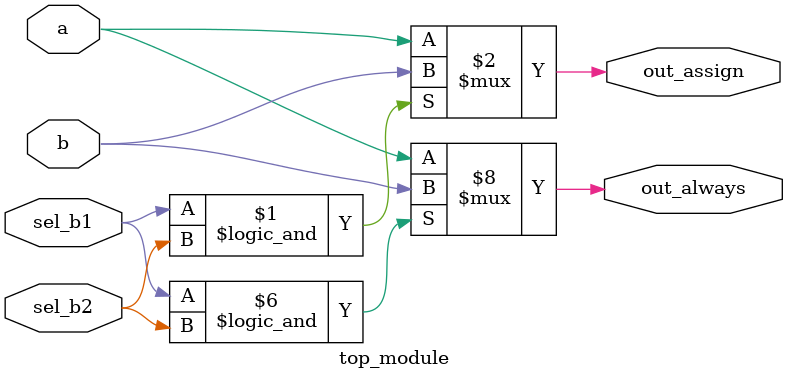
<source format=v>
module top_module(
    input a,
    input b,
    input sel_b1,
    input sel_b2,
    output wire out_assign,
    output reg out_always   ); 

    assign out_assign = (sel_b1 && sel_b2)? b:a;
        always@(*)
            begin
                if( sel_b1 ==1 && sel_b2 ==1 )
                    begin
                        out_always = b;
                    end
                else 
                    begin
                        out_always = a;
                    end
            end
endmodule

</source>
